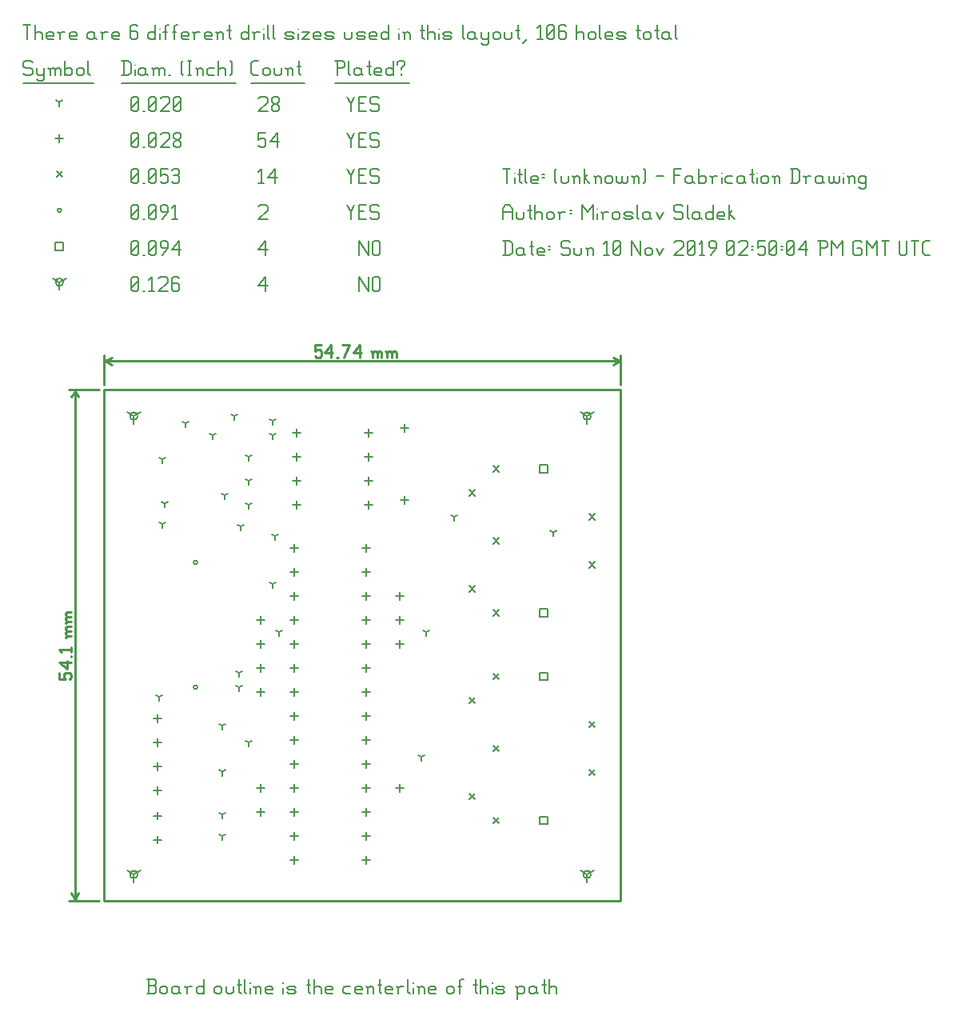
<source format=gbr>
G04 start of page 13 for group -3984 idx -3984 *
G04 Title: (unknown), fab *
G04 Creator: pcb 20140316 *
G04 CreationDate: Sun 10 Nov 2019 02:50:04 PM GMT UTC *
G04 For: sladekm *
G04 Format: Gerber/RS-274X *
G04 PCB-Dimensions (mm): 70.00 70.00 *
G04 PCB-Coordinate-Origin: lower left *
%MOMM*%
%FSLAX43Y43*%
%LNFAB*%
%ADD112C,0.132*%
%ADD111C,0.191*%
%ADD110C,0.152*%
%ADD109C,0.203*%
%ADD108C,0.254*%
G54D108*X8509Y61491D02*X63246D01*
X8636Y64539D02*X62992D01*
X8509Y65174D02*Y61999D01*
X8636Y64539D02*X9398Y64158D01*
X8001Y61491D02*X4826D01*
X5080Y60729D02*X5461Y61364D01*
X5842Y60729D01*
X63246Y61491D02*Y7389D01*
Y65174D02*Y61999D01*
X62484Y64920D02*X63119Y64539D01*
X62484Y64158D01*
X8509Y7389D02*Y61491D01*
Y7389D02*X63246D01*
X9398Y64920D02*X8636Y64539D01*
X4826Y7389D02*X8001D01*
X5080Y8278D02*X5461Y7516D01*
X5842Y8278D01*
X5461Y61237D02*Y7516D01*
X3762Y31549D02*Y30884D01*
X4427D01*
X4261Y31050D01*
Y31383D02*Y31050D01*
Y31383D02*X4427Y31549D01*
X4926D01*
X5093Y31383D02*X4926Y31549D01*
X5093Y31383D02*Y31050D01*
X4926Y30884D02*X5093Y31050D01*
X4594Y31949D02*X3762Y32614D01*
X4594Y32781D02*Y31949D01*
X3762Y32614D02*X5093D01*
Y33346D02*Y33180D01*
X4028Y33746D02*X3762Y34012D01*
X5093D01*
Y34245D02*Y33746D01*
X4594Y35409D02*X5093D01*
X4594D02*X4427Y35576D01*
Y35742D02*Y35576D01*
Y35742D02*X4594Y35908D01*
X5093D01*
X4594D02*X4427Y36075D01*
Y36241D02*Y36075D01*
Y36241D02*X4594Y36407D01*
X5093D01*
X4427Y35243D02*X4594Y35409D01*
Y36973D02*X5093D01*
X4594D02*X4427Y37140D01*
Y37306D02*Y37140D01*
Y37306D02*X4594Y37472D01*
X5093D01*
X4594D02*X4427Y37639D01*
Y37805D02*Y37639D01*
Y37805D02*X4594Y37971D01*
X5093D01*
X4427Y36807D02*X4594Y36973D01*
X30861Y66238D02*X31526D01*
X30861D02*Y65573D01*
X31027Y65739D01*
X31360D01*
X31526Y65573D01*
Y65074D01*
X31360Y64907D02*X31526Y65074D01*
X31027Y64907D02*X31360D01*
X30861Y65074D02*X31027Y64907D01*
X31926Y65406D02*X32591Y66238D01*
X31926Y65406D02*X32758D01*
X32591Y66238D02*Y64907D01*
X33157D02*X33323D01*
X33889D02*X34554Y66238D01*
X33723D02*X34554D01*
X34954Y65406D02*X35619Y66238D01*
X34954Y65406D02*X35786D01*
X35619Y66238D02*Y64907D01*
X36950Y65406D02*Y64907D01*
Y65406D02*X37117Y65573D01*
X37283D01*
X37449Y65406D01*
Y64907D01*
Y65406D02*X37616Y65573D01*
X37782D01*
X37948Y65406D01*
Y64907D01*
X36784Y65573D02*X36950Y65406D01*
X38514D02*Y64907D01*
Y65406D02*X38680Y65573D01*
X38847D01*
X39013Y65406D01*
Y64907D01*
Y65406D02*X39180Y65573D01*
X39346D01*
X39512Y65406D01*
Y64907D01*
X38348Y65573D02*X38514Y65406D01*
G54D109*X11684Y58697D02*Y57884D01*
Y58697D02*X12388Y59103D01*
X11684Y58697D02*X10980Y59103D01*
X11278Y58697D02*G75*G03X12090Y58697I406J0D01*G01*
G75*G03X11278Y58697I-406J0D01*G01*
X11684Y10183D02*Y9370D01*
Y10183D02*X12388Y10589D01*
X11684Y10183D02*X10980Y10589D01*
X11278Y10183D02*G75*G03X12090Y10183I406J0D01*G01*
G75*G03X11278Y10183I-406J0D01*G01*
X59690D02*Y9370D01*
Y10183D02*X60394Y10589D01*
X59690Y10183D02*X58986Y10589D01*
X59284Y10183D02*G75*G03X60096Y10183I406J0D01*G01*
G75*G03X59284Y10183I-406J0D01*G01*
X59690Y58697D02*Y57884D01*
Y58697D02*X60394Y59103D01*
X59690Y58697D02*X58986Y59103D01*
X59284Y58697D02*G75*G03X60096Y58697I406J0D01*G01*
G75*G03X59284Y58697I-406J0D01*G01*
X3810Y72858D02*Y72045D01*
Y72858D02*X4514Y73264D01*
X3810Y72858D02*X3106Y73264D01*
X3404Y72858D02*G75*G03X4216Y72858I406J0D01*G01*
G75*G03X3404Y72858I-406J0D01*G01*
G54D110*X35560Y73429D02*Y71905D01*
Y73429D02*X36512Y71905D01*
Y73429D02*Y71905D01*
X36970Y73238D02*Y72096D01*
Y73238D02*X37160Y73429D01*
X37541D01*
X37732Y73238D01*
Y72096D01*
X37541Y71905D02*X37732Y72096D01*
X37160Y71905D02*X37541D01*
X36970Y72096D02*X37160Y71905D01*
X24892Y72476D02*X25654Y73429D01*
X24892Y72476D02*X25844D01*
X25654Y73429D02*Y71905D01*
X11430Y72096D02*X11620Y71905D01*
X11430Y73238D02*Y72096D01*
Y73238D02*X11620Y73429D01*
X12002D01*
X12192Y73238D01*
Y72096D01*
X12002Y71905D02*X12192Y72096D01*
X11620Y71905D02*X12002D01*
X11430Y72286D02*X12192Y73048D01*
X12649Y71905D02*X12840D01*
X13297Y73124D02*X13602Y73429D01*
Y71905D01*
X13297D02*X13868D01*
X14326Y73238D02*X14516Y73429D01*
X15088D01*
X15278Y73238D01*
Y72858D01*
X14326Y71905D02*X15278Y72858D01*
X14326Y71905D02*X15278D01*
X16307Y73429D02*X16497Y73238D01*
X15926Y73429D02*X16307D01*
X15735Y73238D02*X15926Y73429D01*
X15735Y73238D02*Y72096D01*
X15926Y71905D01*
X16307Y72743D02*X16497Y72553D01*
X15735Y72743D02*X16307D01*
X15926Y71905D02*X16307D01*
X16497Y72096D01*
Y72553D02*Y72096D01*
X54712Y16304D02*X55524D01*
X54712D02*Y15492D01*
X55524D01*
Y16304D02*Y15492D01*
X54712Y31544D02*X55524D01*
X54712D02*Y30732D01*
X55524D01*
Y31544D02*Y30732D01*
X54712Y38275D02*X55524D01*
X54712D02*Y37463D01*
X55524D01*
Y38275D02*Y37463D01*
X54712Y53515D02*X55524D01*
X54712D02*Y52703D01*
X55524D01*
Y53515D02*Y52703D01*
X3404Y77074D02*X4216D01*
X3404D02*Y76261D01*
X4216D01*
Y77074D02*Y76261D01*
X35560Y77239D02*Y75715D01*
Y77239D02*X36512Y75715D01*
Y77239D02*Y75715D01*
X36970Y77048D02*Y75906D01*
Y77048D02*X37160Y77239D01*
X37541D01*
X37732Y77048D01*
Y75906D01*
X37541Y75715D02*X37732Y75906D01*
X37160Y75715D02*X37541D01*
X36970Y75906D02*X37160Y75715D01*
X24892Y76286D02*X25654Y77239D01*
X24892Y76286D02*X25844D01*
X25654Y77239D02*Y75715D01*
X11430Y75906D02*X11620Y75715D01*
X11430Y77048D02*Y75906D01*
Y77048D02*X11620Y77239D01*
X12002D01*
X12192Y77048D01*
Y75906D01*
X12002Y75715D02*X12192Y75906D01*
X11620Y75715D02*X12002D01*
X11430Y76096D02*X12192Y76858D01*
X12649Y75715D02*X12840D01*
X13297Y75906D02*X13487Y75715D01*
X13297Y77048D02*Y75906D01*
Y77048D02*X13487Y77239D01*
X13868D01*
X14059Y77048D01*
Y75906D01*
X13868Y75715D02*X14059Y75906D01*
X13487Y75715D02*X13868D01*
X13297Y76096D02*X14059Y76858D01*
X14707Y75715D02*X15278Y76477D01*
Y77048D02*Y76477D01*
X15088Y77239D02*X15278Y77048D01*
X14707Y77239D02*X15088D01*
X14516Y77048D02*X14707Y77239D01*
X14516Y77048D02*Y76668D01*
X14707Y76477D01*
X15278D01*
X15735Y76286D02*X16497Y77239D01*
X15735Y76286D02*X16688D01*
X16497Y77239D02*Y75715D01*
X18021Y29995D02*G75*G03X18428Y29995I203J0D01*G01*
G75*G03X18021Y29995I-203J0D01*G01*
Y43203D02*G75*G03X18428Y43203I203J0D01*G01*
G75*G03X18021Y43203I-203J0D01*G01*
X3607Y80478D02*G75*G03X4013Y80478I203J0D01*G01*
G75*G03X3607Y80478I-203J0D01*G01*
X34290Y81049D02*X34671Y80287D01*
X35052Y81049D01*
X34671Y80287D02*Y79525D01*
X35509Y80363D02*X36081D01*
X35509Y79525D02*X36271D01*
X35509Y81049D02*Y79525D01*
Y81049D02*X36271D01*
X37490D02*X37681Y80858D01*
X36919Y81049D02*X37490D01*
X36728Y80858D02*X36919Y81049D01*
X36728Y80858D02*Y80478D01*
X36919Y80287D01*
X37490D01*
X37681Y80096D01*
Y79716D01*
X37490Y79525D02*X37681Y79716D01*
X36919Y79525D02*X37490D01*
X36728Y79716D02*X36919Y79525D01*
X24892Y80858D02*X25082Y81049D01*
X25654D01*
X25844Y80858D01*
Y80478D01*
X24892Y79525D02*X25844Y80478D01*
X24892Y79525D02*X25844D01*
X11430Y79716D02*X11620Y79525D01*
X11430Y80858D02*Y79716D01*
Y80858D02*X11620Y81049D01*
X12002D01*
X12192Y80858D01*
Y79716D01*
X12002Y79525D02*X12192Y79716D01*
X11620Y79525D02*X12002D01*
X11430Y79906D02*X12192Y80668D01*
X12649Y79525D02*X12840D01*
X13297Y79716D02*X13487Y79525D01*
X13297Y80858D02*Y79716D01*
Y80858D02*X13487Y81049D01*
X13868D01*
X14059Y80858D01*
Y79716D01*
X13868Y79525D02*X14059Y79716D01*
X13487Y79525D02*X13868D01*
X13297Y79906D02*X14059Y80668D01*
X14707Y79525D02*X15278Y80287D01*
Y80858D02*Y80287D01*
X15088Y81049D02*X15278Y80858D01*
X14707Y81049D02*X15088D01*
X14516Y80858D02*X14707Y81049D01*
X14516Y80858D02*Y80478D01*
X14707Y80287D01*
X15278D01*
X15735Y80744D02*X16040Y81049D01*
Y79525D01*
X15735D02*X16307D01*
X47193Y28903D02*X47803Y28293D01*
X47193D02*X47803Y28903D01*
X49733Y23823D02*X50343Y23213D01*
X49733D02*X50343Y23823D01*
X49733Y31443D02*X50343Y30833D01*
X49733D02*X50343Y31443D01*
X49733Y16203D02*X50343Y15593D01*
X49733D02*X50343Y16203D01*
X59893Y21283D02*X60503Y20673D01*
X59893D02*X60503Y21283D01*
X59893Y26363D02*X60503Y25753D01*
X59893D02*X60503Y26363D01*
X47193Y18743D02*X47803Y18133D01*
X47193D02*X47803Y18743D01*
X47193Y50874D02*X47803Y50264D01*
X47193D02*X47803Y50874D01*
X49733Y45794D02*X50343Y45184D01*
X49733D02*X50343Y45794D01*
X49733Y53414D02*X50343Y52804D01*
X49733D02*X50343Y53414D01*
X49733Y38174D02*X50343Y37564D01*
X49733D02*X50343Y38174D01*
X59893Y43254D02*X60503Y42644D01*
X59893D02*X60503Y43254D01*
X59893Y48334D02*X60503Y47724D01*
X59893D02*X60503Y48334D01*
X47193Y40714D02*X47803Y40104D01*
X47193D02*X47803Y40714D01*
X3505Y84592D02*X4115Y83983D01*
X3505D02*X4115Y84592D01*
X34290Y84859D02*X34671Y84097D01*
X35052Y84859D01*
X34671Y84097D02*Y83335D01*
X35509Y84173D02*X36081D01*
X35509Y83335D02*X36271D01*
X35509Y84859D02*Y83335D01*
Y84859D02*X36271D01*
X37490D02*X37681Y84668D01*
X36919Y84859D02*X37490D01*
X36728Y84668D02*X36919Y84859D01*
X36728Y84668D02*Y84288D01*
X36919Y84097D01*
X37490D01*
X37681Y83906D01*
Y83526D01*
X37490Y83335D02*X37681Y83526D01*
X36919Y83335D02*X37490D01*
X36728Y83526D02*X36919Y83335D01*
X24892Y84554D02*X25197Y84859D01*
Y83335D01*
X24892D02*X25464D01*
X25921Y83906D02*X26683Y84859D01*
X25921Y83906D02*X26873D01*
X26683Y84859D02*Y83335D01*
X11430Y83526D02*X11620Y83335D01*
X11430Y84668D02*Y83526D01*
Y84668D02*X11620Y84859D01*
X12002D01*
X12192Y84668D01*
Y83526D01*
X12002Y83335D02*X12192Y83526D01*
X11620Y83335D02*X12002D01*
X11430Y83716D02*X12192Y84478D01*
X12649Y83335D02*X12840D01*
X13297Y83526D02*X13487Y83335D01*
X13297Y84668D02*Y83526D01*
Y84668D02*X13487Y84859D01*
X13868D01*
X14059Y84668D01*
Y83526D01*
X13868Y83335D02*X14059Y83526D01*
X13487Y83335D02*X13868D01*
X13297Y83716D02*X14059Y84478D01*
X14516Y84859D02*X15278D01*
X14516D02*Y84097D01*
X14707Y84288D01*
X15088D01*
X15278Y84097D01*
Y83526D01*
X15088Y83335D02*X15278Y83526D01*
X14707Y83335D02*X15088D01*
X14516Y83526D02*X14707Y83335D01*
X15735Y84668D02*X15926Y84859D01*
X16307D01*
X16497Y84668D01*
X16307Y83335D02*X16497Y83526D01*
X15926Y83335D02*X16307D01*
X15735Y83526D02*X15926Y83335D01*
Y84173D02*X16307D01*
X16497Y84668D02*Y84364D01*
Y83983D02*Y83526D01*
Y83983D02*X16307Y84173D01*
X16497Y84364D02*X16307Y84173D01*
X40386Y50213D02*Y49401D01*
X39980Y49807D02*X40792D01*
X40386Y57833D02*Y57021D01*
X39980Y57427D02*X40792D01*
X39878Y19733D02*Y18921D01*
X39472Y19327D02*X40284D01*
X39878Y40053D02*Y39241D01*
X39472Y39647D02*X40284D01*
X39878Y37513D02*Y36701D01*
X39472Y37107D02*X40284D01*
X39878Y34973D02*Y34161D01*
X39472Y34567D02*X40284D01*
X25146Y37513D02*Y36701D01*
X24740Y37107D02*X25552D01*
X25146Y34973D02*Y34161D01*
X24740Y34567D02*X25552D01*
X25146Y32433D02*Y31621D01*
X24740Y32027D02*X25552D01*
X25146Y29893D02*Y29081D01*
X24740Y29487D02*X25552D01*
X25146Y19733D02*Y18921D01*
X24740Y19327D02*X25552D01*
X25146Y17193D02*Y16381D01*
X24740Y16787D02*X25552D01*
X14224Y16812D02*Y16000D01*
X13818Y16406D02*X14630D01*
X14224Y14272D02*Y13460D01*
X13818Y13866D02*X14630D01*
X14224Y27099D02*Y26287D01*
X13818Y26693D02*X14630D01*
X14224Y24559D02*Y23747D01*
X13818Y24153D02*X14630D01*
X14224Y22019D02*Y21207D01*
X13818Y21613D02*X14630D01*
X14224Y19479D02*Y18667D01*
X13818Y19073D02*X14630D01*
X28702Y45133D02*Y44321D01*
X28296Y44727D02*X29108D01*
X28702Y42593D02*Y41781D01*
X28296Y42187D02*X29108D01*
X28702Y40053D02*Y39241D01*
X28296Y39647D02*X29108D01*
X28702Y37513D02*Y36701D01*
X28296Y37107D02*X29108D01*
X28702Y34973D02*Y34161D01*
X28296Y34567D02*X29108D01*
X28702Y32433D02*Y31621D01*
X28296Y32027D02*X29108D01*
X28702Y29893D02*Y29081D01*
X28296Y29487D02*X29108D01*
X28702Y27353D02*Y26541D01*
X28296Y26947D02*X29108D01*
X28702Y24813D02*Y24001D01*
X28296Y24407D02*X29108D01*
X28702Y22273D02*Y21461D01*
X28296Y21867D02*X29108D01*
X28702Y19733D02*Y18921D01*
X28296Y19327D02*X29108D01*
X28702Y17193D02*Y16381D01*
X28296Y16787D02*X29108D01*
X28702Y14653D02*Y13841D01*
X28296Y14247D02*X29108D01*
X28702Y12113D02*Y11301D01*
X28296Y11707D02*X29108D01*
X36322Y12113D02*Y11301D01*
X35916Y11707D02*X36728D01*
X36322Y14653D02*Y13841D01*
X35916Y14247D02*X36728D01*
X36322Y17193D02*Y16381D01*
X35916Y16787D02*X36728D01*
X36322Y19733D02*Y18921D01*
X35916Y19327D02*X36728D01*
X36322Y22273D02*Y21461D01*
X35916Y21867D02*X36728D01*
X36322Y24813D02*Y24001D01*
X35916Y24407D02*X36728D01*
X36322Y27353D02*Y26541D01*
X35916Y26947D02*X36728D01*
X36322Y29893D02*Y29081D01*
X35916Y29487D02*X36728D01*
X36322Y32433D02*Y31621D01*
X35916Y32027D02*X36728D01*
X36322Y34973D02*Y34161D01*
X35916Y34567D02*X36728D01*
X36322Y37513D02*Y36701D01*
X35916Y37107D02*X36728D01*
X36322Y40053D02*Y39241D01*
X35916Y39647D02*X36728D01*
X36322Y42593D02*Y41781D01*
X35916Y42187D02*X36728D01*
X36322Y45133D02*Y44321D01*
X35916Y44727D02*X36728D01*
X36576Y49705D02*Y48893D01*
X36170Y49299D02*X36982D01*
X36576Y52245D02*Y51433D01*
X36170Y51839D02*X36982D01*
X36576Y54785D02*Y53973D01*
X36170Y54379D02*X36982D01*
X36576Y57325D02*Y56513D01*
X36170Y56919D02*X36982D01*
X28956Y57325D02*Y56513D01*
X28550Y56919D02*X29362D01*
X28956Y54785D02*Y53973D01*
X28550Y54379D02*X29362D01*
X28956Y52245D02*Y51433D01*
X28550Y51839D02*X29362D01*
X28956Y49705D02*Y48893D01*
X28550Y49299D02*X29362D01*
X3810Y88504D02*Y87691D01*
X3404Y88098D02*X4216D01*
X34290Y88669D02*X34671Y87907D01*
X35052Y88669D01*
X34671Y87907D02*Y87145D01*
X35509Y87983D02*X36081D01*
X35509Y87145D02*X36271D01*
X35509Y88669D02*Y87145D01*
Y88669D02*X36271D01*
X37490D02*X37681Y88478D01*
X36919Y88669D02*X37490D01*
X36728Y88478D02*X36919Y88669D01*
X36728Y88478D02*Y88098D01*
X36919Y87907D01*
X37490D01*
X37681Y87716D01*
Y87336D01*
X37490Y87145D02*X37681Y87336D01*
X36919Y87145D02*X37490D01*
X36728Y87336D02*X36919Y87145D01*
X24892Y88669D02*X25654D01*
X24892D02*Y87907D01*
X25082Y88098D01*
X25464D01*
X25654Y87907D01*
Y87336D01*
X25464Y87145D02*X25654Y87336D01*
X25082Y87145D02*X25464D01*
X24892Y87336D02*X25082Y87145D01*
X26111Y87716D02*X26873Y88669D01*
X26111Y87716D02*X27064D01*
X26873Y88669D02*Y87145D01*
X11430Y87336D02*X11620Y87145D01*
X11430Y88478D02*Y87336D01*
Y88478D02*X11620Y88669D01*
X12002D01*
X12192Y88478D01*
Y87336D01*
X12002Y87145D02*X12192Y87336D01*
X11620Y87145D02*X12002D01*
X11430Y87526D02*X12192Y88288D01*
X12649Y87145D02*X12840D01*
X13297Y87336D02*X13487Y87145D01*
X13297Y88478D02*Y87336D01*
Y88478D02*X13487Y88669D01*
X13868D01*
X14059Y88478D01*
Y87336D01*
X13868Y87145D02*X14059Y87336D01*
X13487Y87145D02*X13868D01*
X13297Y87526D02*X14059Y88288D01*
X14516Y88478D02*X14707Y88669D01*
X15278D01*
X15469Y88478D01*
Y88098D01*
X14516Y87145D02*X15469Y88098D01*
X14516Y87145D02*X15469D01*
X15926Y87336D02*X16116Y87145D01*
X15926Y87640D02*Y87336D01*
Y87640D02*X16193Y87907D01*
X16421D01*
X16688Y87640D01*
Y87336D01*
X16497Y87145D02*X16688Y87336D01*
X16116Y87145D02*X16497D01*
X15926Y88174D02*X16193Y87907D01*
X15926Y88478D02*Y88174D01*
Y88478D02*X16116Y88669D01*
X16497D01*
X16688Y88478D01*
Y88174D01*
X16421Y87907D02*X16688Y88174D01*
X21082Y14247D02*Y13841D01*
Y14247D02*X21434Y14450D01*
X21082Y14247D02*X20730Y14450D01*
X45593Y48029D02*Y47623D01*
Y48029D02*X45945Y48232D01*
X45593Y48029D02*X45241Y48232D01*
X21082Y16533D02*Y16127D01*
Y16533D02*X21434Y16736D01*
X21082Y16533D02*X20730Y16736D01*
X42164Y22629D02*Y22223D01*
Y22629D02*X42516Y22832D01*
X42164Y22629D02*X41812Y22832D01*
X14732Y54125D02*Y53719D01*
Y54125D02*X15084Y54328D01*
X14732Y54125D02*X14380Y54328D01*
X14732Y47267D02*Y46861D01*
Y47267D02*X15084Y47470D01*
X14732Y47267D02*X14380Y47470D01*
X17145Y57935D02*Y57529D01*
Y57935D02*X17497Y58138D01*
X17145Y57935D02*X16793Y58138D01*
X21336Y50315D02*Y49909D01*
Y50315D02*X21688Y50518D01*
X21336Y50315D02*X20984Y50518D01*
X23876Y49299D02*Y48893D01*
Y49299D02*X24228Y49502D01*
X23876Y49299D02*X23524Y49502D01*
X23876Y24153D02*Y23747D01*
Y24153D02*X24228Y24356D01*
X23876Y24153D02*X23524Y24356D01*
X26670Y45997D02*Y45591D01*
Y45997D02*X27022Y46200D01*
X26670Y45997D02*X26318Y46200D01*
X22987Y47013D02*Y46607D01*
Y47013D02*X23339Y47216D01*
X22987Y47013D02*X22635Y47216D01*
X26416Y56665D02*Y56259D01*
Y56665D02*X26768Y56868D01*
X26416Y56665D02*X26064Y56868D01*
X20066Y56665D02*Y56259D01*
Y56665D02*X20418Y56868D01*
X20066Y56665D02*X19714Y56868D01*
X22352Y58697D02*Y58291D01*
Y58697D02*X22704Y58900D01*
X22352Y58697D02*X22000Y58900D01*
X23876Y54379D02*Y53973D01*
Y54379D02*X24228Y54582D01*
X23876Y54379D02*X23524Y54582D01*
X23876Y51839D02*Y51433D01*
Y51839D02*X24228Y52042D01*
X23876Y51839D02*X23524Y52042D01*
X56134Y46378D02*Y45972D01*
Y46378D02*X56486Y46581D01*
X56134Y46378D02*X55782Y46581D01*
X14351Y28979D02*Y28573D01*
Y28979D02*X14703Y29182D01*
X14351Y28979D02*X13999Y29182D01*
X27051Y35837D02*Y35431D01*
Y35837D02*X27403Y36040D01*
X27051Y35837D02*X26699Y36040D01*
X42672Y35837D02*Y35431D01*
Y35837D02*X43024Y36040D01*
X42672Y35837D02*X42320Y36040D01*
X26416Y40917D02*Y40511D01*
Y40917D02*X26768Y41120D01*
X26416Y40917D02*X26064Y41120D01*
X22860Y31519D02*Y31113D01*
Y31519D02*X23212Y31722D01*
X22860Y31519D02*X22508Y31722D01*
X22860Y29995D02*Y29589D01*
Y29995D02*X23212Y30198D01*
X22860Y29995D02*X22508Y30198D01*
X14986Y49426D02*Y49020D01*
Y49426D02*X15338Y49629D01*
X14986Y49426D02*X14634Y49629D01*
X26416Y58189D02*Y57783D01*
Y58189D02*X26768Y58392D01*
X26416Y58189D02*X26064Y58392D01*
X21082Y25931D02*Y25525D01*
Y25931D02*X21434Y26134D01*
X21082Y25931D02*X20730Y26134D01*
X21082Y21051D02*Y20645D01*
Y21051D02*X21434Y21254D01*
X21082Y21051D02*X20730Y21254D01*
X3810Y91908D02*Y91501D01*
Y91908D02*X4162Y92111D01*
X3810Y91908D02*X3458Y92111D01*
X34290Y92479D02*X34671Y91717D01*
X35052Y92479D01*
X34671Y91717D02*Y90955D01*
X35509Y91793D02*X36081D01*
X35509Y90955D02*X36271D01*
X35509Y92479D02*Y90955D01*
Y92479D02*X36271D01*
X37490D02*X37681Y92288D01*
X36919Y92479D02*X37490D01*
X36728Y92288D02*X36919Y92479D01*
X36728Y92288D02*Y91908D01*
X36919Y91717D01*
X37490D01*
X37681Y91526D01*
Y91146D01*
X37490Y90955D02*X37681Y91146D01*
X36919Y90955D02*X37490D01*
X36728Y91146D02*X36919Y90955D01*
X24892Y92288D02*X25082Y92479D01*
X25654D01*
X25844Y92288D01*
Y91908D01*
X24892Y90955D02*X25844Y91908D01*
X24892Y90955D02*X25844D01*
X26302Y91146D02*X26492Y90955D01*
X26302Y91450D02*Y91146D01*
Y91450D02*X26568Y91717D01*
X26797D01*
X27064Y91450D01*
Y91146D01*
X26873Y90955D02*X27064Y91146D01*
X26492Y90955D02*X26873D01*
X26302Y91984D02*X26568Y91717D01*
X26302Y92288D02*Y91984D01*
Y92288D02*X26492Y92479D01*
X26873D01*
X27064Y92288D01*
Y91984D01*
X26797Y91717D02*X27064Y91984D01*
X11430Y91146D02*X11620Y90955D01*
X11430Y92288D02*Y91146D01*
Y92288D02*X11620Y92479D01*
X12002D01*
X12192Y92288D01*
Y91146D01*
X12002Y90955D02*X12192Y91146D01*
X11620Y90955D02*X12002D01*
X11430Y91336D02*X12192Y92098D01*
X12649Y90955D02*X12840D01*
X13297Y91146D02*X13487Y90955D01*
X13297Y92288D02*Y91146D01*
Y92288D02*X13487Y92479D01*
X13868D01*
X14059Y92288D01*
Y91146D01*
X13868Y90955D02*X14059Y91146D01*
X13487Y90955D02*X13868D01*
X13297Y91336D02*X14059Y92098D01*
X14516Y92288D02*X14707Y92479D01*
X15278D01*
X15469Y92288D01*
Y91908D01*
X14516Y90955D02*X15469Y91908D01*
X14516Y90955D02*X15469D01*
X15926Y91146D02*X16116Y90955D01*
X15926Y92288D02*Y91146D01*
Y92288D02*X16116Y92479D01*
X16497D01*
X16688Y92288D01*
Y91146D01*
X16497Y90955D02*X16688Y91146D01*
X16116Y90955D02*X16497D01*
X15926Y91336D02*X16688Y92098D01*
X762Y96289D02*X952Y96098D01*
X190Y96289D02*X762D01*
X0Y96098D02*X190Y96289D01*
X0Y96098D02*Y95718D01*
X190Y95527D01*
X762D01*
X952Y95336D01*
Y94956D01*
X762Y94765D02*X952Y94956D01*
X190Y94765D02*X762D01*
X0Y94956D02*X190Y94765D01*
X1410Y95527D02*Y94956D01*
X1600Y94765D01*
X2172Y95527D02*Y94384D01*
X1981Y94194D02*X2172Y94384D01*
X1600Y94194D02*X1981D01*
X1410Y94384D02*X1600Y94194D01*
Y94765D02*X1981D01*
X2172Y94956D01*
X2819Y95336D02*Y94765D01*
Y95336D02*X3010Y95527D01*
X3200D01*
X3391Y95336D01*
Y94765D01*
Y95336D02*X3581Y95527D01*
X3772D01*
X3962Y95336D01*
Y94765D01*
X2629Y95527D02*X2819Y95336D01*
X4420Y96289D02*Y94765D01*
Y94956D02*X4610Y94765D01*
X4991D01*
X5182Y94956D01*
Y95336D02*Y94956D01*
X4991Y95527D02*X5182Y95336D01*
X4610Y95527D02*X4991D01*
X4420Y95336D02*X4610Y95527D01*
X5639Y95336D02*Y94956D01*
Y95336D02*X5829Y95527D01*
X6210D01*
X6401Y95336D01*
Y94956D01*
X6210Y94765D02*X6401Y94956D01*
X5829Y94765D02*X6210D01*
X5639Y94956D02*X5829Y94765D01*
X6858Y96289D02*Y94956D01*
X7049Y94765D01*
X0Y93939D02*X7430D01*
X10604Y96289D02*Y94765D01*
X11100Y96289D02*X11366Y96022D01*
Y95032D01*
X11100Y94765D02*X11366Y95032D01*
X10414Y94765D02*X11100D01*
X10414Y96289D02*X11100D01*
G54D111*X11824Y95908D02*Y95870D01*
G54D110*Y95336D02*Y94765D01*
X12776Y95527D02*X12967Y95336D01*
X12395Y95527D02*X12776D01*
X12205Y95336D02*X12395Y95527D01*
X12205Y95336D02*Y94956D01*
X12395Y94765D01*
X12967Y95527D02*Y94956D01*
X13157Y94765D01*
X12395D02*X12776D01*
X12967Y94956D01*
X13805Y95336D02*Y94765D01*
Y95336D02*X13995Y95527D01*
X14186D01*
X14376Y95336D01*
Y94765D01*
Y95336D02*X14567Y95527D01*
X14757D01*
X14948Y95336D01*
Y94765D01*
X13614Y95527D02*X13805Y95336D01*
X15405Y94765D02*X15596D01*
X16739Y94956D02*X16929Y94765D01*
X16739Y96098D02*X16929Y96289D01*
X16739Y96098D02*Y94956D01*
X17386Y96289D02*X17767D01*
X17577D02*Y94765D01*
X17386D02*X17767D01*
X18415Y95336D02*Y94765D01*
Y95336D02*X18606Y95527D01*
X18796D01*
X18987Y95336D01*
Y94765D01*
X18225Y95527D02*X18415Y95336D01*
X19634Y95527D02*X20206D01*
X19444Y95336D02*X19634Y95527D01*
X19444Y95336D02*Y94956D01*
X19634Y94765D01*
X20206D01*
X20663Y96289D02*Y94765D01*
Y95336D02*X20853Y95527D01*
X21234D01*
X21425Y95336D01*
Y94765D01*
X21882Y96289D02*X22073Y96098D01*
Y94956D01*
X21882Y94765D02*X22073Y94956D01*
X10414Y93939D02*X22530D01*
X24397Y94765D02*X24892D01*
X24130Y95032D02*X24397Y94765D01*
X24130Y96022D02*Y95032D01*
Y96022D02*X24397Y96289D01*
X24892D01*
X25349Y95336D02*Y94956D01*
Y95336D02*X25540Y95527D01*
X25921D01*
X26111Y95336D01*
Y94956D01*
X25921Y94765D02*X26111Y94956D01*
X25540Y94765D02*X25921D01*
X25349Y94956D02*X25540Y94765D01*
X26568Y95527D02*Y94956D01*
X26759Y94765D01*
X27140D01*
X27330Y94956D01*
Y95527D02*Y94956D01*
X27978Y95336D02*Y94765D01*
Y95336D02*X28169Y95527D01*
X28359D01*
X28550Y95336D01*
Y94765D01*
X27788Y95527D02*X27978Y95336D01*
X29197Y96289D02*Y94956D01*
X29388Y94765D01*
X29007Y95718D02*X29388D01*
X24130Y93939D02*X29769D01*
X33210Y96289D02*Y94765D01*
X33020Y96289D02*X33782D01*
X33972Y96098D01*
Y95718D01*
X33782Y95527D02*X33972Y95718D01*
X33210Y95527D02*X33782D01*
X34430Y96289D02*Y94956D01*
X34620Y94765D01*
X35573Y95527D02*X35763Y95336D01*
X35192Y95527D02*X35573D01*
X35001Y95336D02*X35192Y95527D01*
X35001Y95336D02*Y94956D01*
X35192Y94765D01*
X35763Y95527D02*Y94956D01*
X35954Y94765D01*
X35192D02*X35573D01*
X35763Y94956D01*
X36601Y96289D02*Y94956D01*
X36792Y94765D01*
X36411Y95718D02*X36792D01*
X37363Y94765D02*X37935D01*
X37173Y94956D02*X37363Y94765D01*
X37173Y95336D02*Y94956D01*
Y95336D02*X37363Y95527D01*
X37744D01*
X37935Y95336D01*
X37173Y95146D02*X37935D01*
Y95336D02*Y95146D01*
X39154Y96289D02*Y94765D01*
X38964D02*X39154Y94956D01*
X38583Y94765D02*X38964D01*
X38392Y94956D02*X38583Y94765D01*
X38392Y95336D02*Y94956D01*
Y95336D02*X38583Y95527D01*
X38964D01*
X39154Y95336D01*
X39992Y95527D02*Y95336D01*
Y94956D02*Y94765D01*
X39611Y96098D02*Y95908D01*
Y96098D02*X39802Y96289D01*
X40183D01*
X40373Y96098D01*
Y95908D01*
X39992Y95527D02*X40373Y95908D01*
X33020Y93939D02*X40831D01*
X0Y100099D02*X762D01*
X381D02*Y98575D01*
X1219Y100099D02*Y98575D01*
Y99146D02*X1410Y99337D01*
X1791D01*
X1981Y99146D01*
Y98575D01*
X2629D02*X3200D01*
X2438Y98766D02*X2629Y98575D01*
X2438Y99146D02*Y98766D01*
Y99146D02*X2629Y99337D01*
X3010D01*
X3200Y99146D01*
X2438Y98956D02*X3200D01*
Y99146D02*Y98956D01*
X3848Y99146D02*Y98575D01*
Y99146D02*X4039Y99337D01*
X4420D01*
X3658D02*X3848Y99146D01*
X5067Y98575D02*X5639D01*
X4877Y98766D02*X5067Y98575D01*
X4877Y99146D02*Y98766D01*
Y99146D02*X5067Y99337D01*
X5448D01*
X5639Y99146D01*
X4877Y98956D02*X5639D01*
Y99146D02*Y98956D01*
X7353Y99337D02*X7544Y99146D01*
X6972Y99337D02*X7353D01*
X6782Y99146D02*X6972Y99337D01*
X6782Y99146D02*Y98766D01*
X6972Y98575D01*
X7544Y99337D02*Y98766D01*
X7734Y98575D01*
X6972D02*X7353D01*
X7544Y98766D01*
X8382Y99146D02*Y98575D01*
Y99146D02*X8573Y99337D01*
X8954D01*
X8192D02*X8382Y99146D01*
X9601Y98575D02*X10173D01*
X9411Y98766D02*X9601Y98575D01*
X9411Y99146D02*Y98766D01*
Y99146D02*X9601Y99337D01*
X9982D01*
X10173Y99146D01*
X9411Y98956D02*X10173D01*
Y99146D02*Y98956D01*
X11887Y100099D02*X12078Y99908D01*
X11506Y100099D02*X11887D01*
X11316Y99908D02*X11506Y100099D01*
X11316Y99908D02*Y98766D01*
X11506Y98575D01*
X11887Y99413D02*X12078Y99223D01*
X11316Y99413D02*X11887D01*
X11506Y98575D02*X11887D01*
X12078Y98766D01*
Y99223D02*Y98766D01*
X13983Y100099D02*Y98575D01*
X13792D02*X13983Y98766D01*
X13411Y98575D02*X13792D01*
X13221Y98766D02*X13411Y98575D01*
X13221Y99146D02*Y98766D01*
Y99146D02*X13411Y99337D01*
X13792D01*
X13983Y99146D01*
G54D111*X14440Y99718D02*Y99680D01*
G54D110*Y99146D02*Y98575D01*
X15011Y99908D02*Y98575D01*
Y99908D02*X15202Y100099D01*
X15392D01*
X14821Y99337D02*X15202D01*
X15964Y99908D02*Y98575D01*
Y99908D02*X16154Y100099D01*
X16345D01*
X15773Y99337D02*X16154D01*
X16916Y98575D02*X17488D01*
X16726Y98766D02*X16916Y98575D01*
X16726Y99146D02*Y98766D01*
Y99146D02*X16916Y99337D01*
X17297D01*
X17488Y99146D01*
X16726Y98956D02*X17488D01*
Y99146D02*Y98956D01*
X18136Y99146D02*Y98575D01*
Y99146D02*X18326Y99337D01*
X18707D01*
X17945D02*X18136Y99146D01*
X19355Y98575D02*X19926D01*
X19164Y98766D02*X19355Y98575D01*
X19164Y99146D02*Y98766D01*
Y99146D02*X19355Y99337D01*
X19736D01*
X19926Y99146D01*
X19164Y98956D02*X19926D01*
Y99146D02*Y98956D01*
X20574Y99146D02*Y98575D01*
Y99146D02*X20765Y99337D01*
X20955D01*
X21146Y99146D01*
Y98575D01*
X20384Y99337D02*X20574Y99146D01*
X21793Y100099D02*Y98766D01*
X21984Y98575D01*
X21603Y99528D02*X21984D01*
X23813Y100099D02*Y98575D01*
X23622D02*X23813Y98766D01*
X23241Y98575D02*X23622D01*
X23051Y98766D02*X23241Y98575D01*
X23051Y99146D02*Y98766D01*
Y99146D02*X23241Y99337D01*
X23622D01*
X23813Y99146D01*
X24460D02*Y98575D01*
Y99146D02*X24651Y99337D01*
X25032D01*
X24270D02*X24460Y99146D01*
G54D111*X25489Y99718D02*Y99680D01*
G54D110*Y99146D02*Y98575D01*
X25870Y100099D02*Y98766D01*
X26060Y98575D01*
X26441Y100099D02*Y98766D01*
X26632Y98575D01*
X27889D02*X28461D01*
X28651Y98766D01*
X28461Y98956D02*X28651Y98766D01*
X27889Y98956D02*X28461D01*
X27699Y99146D02*X27889Y98956D01*
X27699Y99146D02*X27889Y99337D01*
X28461D01*
X28651Y99146D01*
X27699Y98766D02*X27889Y98575D01*
G54D111*X29108Y99718D02*Y99680D01*
G54D110*Y99146D02*Y98575D01*
X29489Y99337D02*X30251D01*
X29489Y98575D02*X30251Y99337D01*
X29489Y98575D02*X30251D01*
X30899D02*X31471D01*
X30709Y98766D02*X30899Y98575D01*
X30709Y99146D02*Y98766D01*
Y99146D02*X30899Y99337D01*
X31280D01*
X31471Y99146D01*
X30709Y98956D02*X31471D01*
Y99146D02*Y98956D01*
X32118Y98575D02*X32690D01*
X32880Y98766D01*
X32690Y98956D02*X32880Y98766D01*
X32118Y98956D02*X32690D01*
X31928Y99146D02*X32118Y98956D01*
X31928Y99146D02*X32118Y99337D01*
X32690D01*
X32880Y99146D01*
X31928Y98766D02*X32118Y98575D01*
X34023Y99337D02*Y98766D01*
X34214Y98575D01*
X34595D01*
X34785Y98766D01*
Y99337D02*Y98766D01*
X35433Y98575D02*X36005D01*
X36195Y98766D01*
X36005Y98956D02*X36195Y98766D01*
X35433Y98956D02*X36005D01*
X35243Y99146D02*X35433Y98956D01*
X35243Y99146D02*X35433Y99337D01*
X36005D01*
X36195Y99146D01*
X35243Y98766D02*X35433Y98575D01*
X36843D02*X37414D01*
X36652Y98766D02*X36843Y98575D01*
X36652Y99146D02*Y98766D01*
Y99146D02*X36843Y99337D01*
X37224D01*
X37414Y99146D01*
X36652Y98956D02*X37414D01*
Y99146D02*Y98956D01*
X38633Y100099D02*Y98575D01*
X38443D02*X38633Y98766D01*
X38062Y98575D02*X38443D01*
X37871Y98766D02*X38062Y98575D01*
X37871Y99146D02*Y98766D01*
Y99146D02*X38062Y99337D01*
X38443D01*
X38633Y99146D01*
G54D111*X39776Y99718D02*Y99680D01*
G54D110*Y99146D02*Y98575D01*
X40348Y99146D02*Y98575D01*
Y99146D02*X40538Y99337D01*
X40729D01*
X40919Y99146D01*
Y98575D01*
X40157Y99337D02*X40348Y99146D01*
X42253Y100099D02*Y98766D01*
X42443Y98575D01*
X42062Y99528D02*X42443D01*
X42824Y100099D02*Y98575D01*
Y99146D02*X43015Y99337D01*
X43396D01*
X43586Y99146D01*
Y98575D01*
G54D111*X44044Y99718D02*Y99680D01*
G54D110*Y99146D02*Y98575D01*
X44615D02*X45187D01*
X45377Y98766D01*
X45187Y98956D02*X45377Y98766D01*
X44615Y98956D02*X45187D01*
X44425Y99146D02*X44615Y98956D01*
X44425Y99146D02*X44615Y99337D01*
X45187D01*
X45377Y99146D01*
X44425Y98766D02*X44615Y98575D01*
X46520Y100099D02*Y98766D01*
X46711Y98575D01*
X47663Y99337D02*X47854Y99146D01*
X47282Y99337D02*X47663D01*
X47092Y99146D02*X47282Y99337D01*
X47092Y99146D02*Y98766D01*
X47282Y98575D01*
X47854Y99337D02*Y98766D01*
X48044Y98575D01*
X47282D02*X47663D01*
X47854Y98766D01*
X48501Y99337D02*Y98766D01*
X48692Y98575D01*
X49263Y99337D02*Y98194D01*
X49073Y98004D02*X49263Y98194D01*
X48692Y98004D02*X49073D01*
X48501Y98194D02*X48692Y98004D01*
Y98575D02*X49073D01*
X49263Y98766D01*
X49721Y99146D02*Y98766D01*
Y99146D02*X49911Y99337D01*
X50292D01*
X50483Y99146D01*
Y98766D01*
X50292Y98575D02*X50483Y98766D01*
X49911Y98575D02*X50292D01*
X49721Y98766D02*X49911Y98575D01*
X50940Y99337D02*Y98766D01*
X51130Y98575D01*
X51511D01*
X51702Y98766D01*
Y99337D02*Y98766D01*
X52349Y100099D02*Y98766D01*
X52540Y98575D01*
X52159Y99528D02*X52540D01*
X52921Y98194D02*X53302Y98575D01*
X54445Y99794D02*X54750Y100099D01*
Y98575D01*
X54445D02*X55016D01*
X55474Y98766D02*X55664Y98575D01*
X55474Y99908D02*Y98766D01*
Y99908D02*X55664Y100099D01*
X56045D01*
X56236Y99908D01*
Y98766D01*
X56045Y98575D02*X56236Y98766D01*
X55664Y98575D02*X56045D01*
X55474Y98956D02*X56236Y99718D01*
X57264Y100099D02*X57455Y99908D01*
X56883Y100099D02*X57264D01*
X56693Y99908D02*X56883Y100099D01*
X56693Y99908D02*Y98766D01*
X56883Y98575D01*
X57264Y99413D02*X57455Y99223D01*
X56693Y99413D02*X57264D01*
X56883Y98575D02*X57264D01*
X57455Y98766D01*
Y99223D02*Y98766D01*
X58598Y100099D02*Y98575D01*
Y99146D02*X58788Y99337D01*
X59169D01*
X59360Y99146D01*
Y98575D01*
X59817Y99146D02*Y98766D01*
Y99146D02*X60008Y99337D01*
X60389D01*
X60579Y99146D01*
Y98766D01*
X60389Y98575D02*X60579Y98766D01*
X60008Y98575D02*X60389D01*
X59817Y98766D02*X60008Y98575D01*
X61036Y100099D02*Y98766D01*
X61227Y98575D01*
X61798D02*X62370D01*
X61608Y98766D02*X61798Y98575D01*
X61608Y99146D02*Y98766D01*
Y99146D02*X61798Y99337D01*
X62179D01*
X62370Y99146D01*
X61608Y98956D02*X62370D01*
Y99146D02*Y98956D01*
X63017Y98575D02*X63589D01*
X63779Y98766D01*
X63589Y98956D02*X63779Y98766D01*
X63017Y98956D02*X63589D01*
X62827Y99146D02*X63017Y98956D01*
X62827Y99146D02*X63017Y99337D01*
X63589D01*
X63779Y99146D01*
X62827Y98766D02*X63017Y98575D01*
X65113Y100099D02*Y98766D01*
X65303Y98575D01*
X64922Y99528D02*X65303D01*
X65684Y99146D02*Y98766D01*
Y99146D02*X65875Y99337D01*
X66256D01*
X66446Y99146D01*
Y98766D01*
X66256Y98575D02*X66446Y98766D01*
X65875Y98575D02*X66256D01*
X65684Y98766D02*X65875Y98575D01*
X67094Y100099D02*Y98766D01*
X67285Y98575D01*
X66904Y99528D02*X67285D01*
X68237Y99337D02*X68428Y99146D01*
X67856Y99337D02*X68237D01*
X67666Y99146D02*X67856Y99337D01*
X67666Y99146D02*Y98766D01*
X67856Y98575D01*
X68428Y99337D02*Y98766D01*
X68618Y98575D01*
X67856D02*X68237D01*
X68428Y98766D01*
X69075Y100099D02*Y98766D01*
X69266Y98575D01*
G54D108*X8509Y7389D02*Y61491D01*
Y7389D02*X63246D01*
Y61491D02*Y7389D01*
X8509Y61491D02*X63246D01*
X8509Y65174D02*Y61999D01*
X9398Y64920D02*X8636Y64539D01*
X9398Y64158D01*
X8636Y64539D02*X62992D01*
X63246Y65174D02*Y61999D01*
X62484Y64920D02*X63119Y64539D01*
X62484Y64158D01*
X4826Y7389D02*X8001D01*
X5080Y8278D02*X5461Y7516D01*
X5842Y8278D01*
X8001Y61491D02*X4826D01*
X5080Y60729D02*X5461Y61364D01*
X5842Y60729D01*
X5461Y61237D02*Y7516D01*
G54D112*X3762Y31549D02*Y30884D01*
X4427D01*
X4261Y31050D01*
Y31383D02*Y31050D01*
Y31383D02*X4427Y31549D01*
X4926D01*
X5093Y31383D02*X4926Y31549D01*
X5093Y31383D02*Y31050D01*
X4926Y30884D02*X5093Y31050D01*
X4594Y31949D02*X3762Y32614D01*
X4594Y32781D02*Y31949D01*
X3762Y32614D02*X5093D01*
Y33346D02*Y33180D01*
X4028Y33746D02*X3762Y34012D01*
X5093D01*
Y34245D02*Y33746D01*
X4594Y35409D02*X5093D01*
X4594D02*X4427Y35576D01*
Y35742D02*Y35576D01*
Y35742D02*X4594Y35908D01*
X5093D01*
X4594D02*X4427Y36075D01*
Y36241D02*Y36075D01*
Y36241D02*X4594Y36407D01*
X5093D01*
X4427Y35243D02*X4594Y35409D01*
Y36973D02*X5093D01*
X4594D02*X4427Y37140D01*
Y37306D02*Y37140D01*
Y37306D02*X4594Y37472D01*
X5093D01*
X4594D02*X4427Y37639D01*
Y37805D02*Y37639D01*
Y37805D02*X4594Y37971D01*
X5093D01*
X4427Y36807D02*X4594Y36973D01*
X30861Y66238D02*X31526D01*
X30861D02*Y65573D01*
X31027Y65739D01*
X31360D01*
X31526Y65573D01*
Y65074D01*
X31360Y64907D02*X31526Y65074D01*
X31027Y64907D02*X31360D01*
X30861Y65074D02*X31027Y64907D01*
X31926Y65406D02*X32591Y66238D01*
X31926Y65406D02*X32758D01*
X32591Y66238D02*Y64907D01*
X33157D02*X33323D01*
X33889D02*X34554Y66238D01*
X33723D02*X34554D01*
X34954Y65406D02*X35619Y66238D01*
X34954Y65406D02*X35786D01*
X35619Y66238D02*Y64907D01*
X36950Y65406D02*Y64907D01*
Y65406D02*X37117Y65573D01*
X37283D01*
X37449Y65406D01*
Y64907D01*
Y65406D02*X37616Y65573D01*
X37782D01*
X37948Y65406D01*
Y64907D01*
X36784Y65573D02*X36950Y65406D01*
X38514D02*Y64907D01*
Y65406D02*X38680Y65573D01*
X38847D01*
X39013Y65406D01*
Y64907D01*
Y65406D02*X39180Y65573D01*
X39346D01*
X39512Y65406D01*
Y64907D01*
X38348Y65573D02*X38514Y65406D01*
G54D110*X13073Y-2413D02*X13835D01*
X14026Y-2222D01*
Y-1765D02*Y-2222D01*
X13835Y-1575D02*X14026Y-1765D01*
X13264Y-1575D02*X13835D01*
X13264Y-889D02*Y-2413D01*
X13073Y-889D02*X13835D01*
X14026Y-1080D01*
Y-1384D01*
X13835Y-1575D02*X14026Y-1384D01*
X14483Y-1842D02*Y-2222D01*
Y-1842D02*X14674Y-1651D01*
X15055D01*
X15245Y-1842D01*
Y-2222D01*
X15055Y-2413D02*X15245Y-2222D01*
X14674Y-2413D02*X15055D01*
X14483Y-2222D02*X14674Y-2413D01*
X16274Y-1651D02*X16464Y-1842D01*
X15893Y-1651D02*X16274D01*
X15702Y-1842D02*X15893Y-1651D01*
X15702Y-1842D02*Y-2222D01*
X15893Y-2413D01*
X16464Y-1651D02*Y-2222D01*
X16655Y-2413D01*
X15893D02*X16274D01*
X16464Y-2222D01*
X17303Y-1842D02*Y-2413D01*
Y-1842D02*X17493Y-1651D01*
X17874D01*
X17112D02*X17303Y-1842D01*
X19093Y-889D02*Y-2413D01*
X18903D02*X19093Y-2222D01*
X18522Y-2413D02*X18903D01*
X18331Y-2222D02*X18522Y-2413D01*
X18331Y-1842D02*Y-2222D01*
Y-1842D02*X18522Y-1651D01*
X18903D01*
X19093Y-1842D01*
X20236D02*Y-2222D01*
Y-1842D02*X20427Y-1651D01*
X20808D01*
X20998Y-1842D01*
Y-2222D01*
X20808Y-2413D02*X20998Y-2222D01*
X20427Y-2413D02*X20808D01*
X20236Y-2222D02*X20427Y-2413D01*
X21455Y-1651D02*Y-2222D01*
X21646Y-2413D01*
X22027D01*
X22217Y-2222D01*
Y-1651D02*Y-2222D01*
X22865Y-889D02*Y-2222D01*
X23056Y-2413D01*
X22675Y-1460D02*X23056D01*
X23437Y-889D02*Y-2222D01*
X23627Y-2413D01*
G54D111*X24008Y-1270D02*Y-1308D01*
G54D110*Y-1842D02*Y-2413D01*
X24580Y-1842D02*Y-2413D01*
Y-1842D02*X24770Y-1651D01*
X24961D01*
X25151Y-1842D01*
Y-2413D01*
X24389Y-1651D02*X24580Y-1842D01*
X25799Y-2413D02*X26370D01*
X25608Y-2222D02*X25799Y-2413D01*
X25608Y-1842D02*Y-2222D01*
Y-1842D02*X25799Y-1651D01*
X26180D01*
X26370Y-1842D01*
X25608Y-2032D02*X26370D01*
Y-1842D02*Y-2032D01*
G54D111*X27513Y-1270D02*Y-1308D01*
G54D110*Y-1842D02*Y-2413D01*
X28085D02*X28656D01*
X28847Y-2222D01*
X28656Y-2032D02*X28847Y-2222D01*
X28085Y-2032D02*X28656D01*
X27894Y-1842D02*X28085Y-2032D01*
X27894Y-1842D02*X28085Y-1651D01*
X28656D01*
X28847Y-1842D01*
X27894Y-2222D02*X28085Y-2413D01*
X30180Y-889D02*Y-2222D01*
X30371Y-2413D01*
X29990Y-1460D02*X30371D01*
X30752Y-889D02*Y-2413D01*
Y-1842D02*X30942Y-1651D01*
X31323D01*
X31514Y-1842D01*
Y-2413D01*
X32162D02*X32733D01*
X31971Y-2222D02*X32162Y-2413D01*
X31971Y-1842D02*Y-2222D01*
Y-1842D02*X32162Y-1651D01*
X32543D01*
X32733Y-1842D01*
X31971Y-2032D02*X32733D01*
Y-1842D02*Y-2032D01*
X34067Y-1651D02*X34638D01*
X33876Y-1842D02*X34067Y-1651D01*
X33876Y-1842D02*Y-2222D01*
X34067Y-2413D01*
X34638D01*
X35286D02*X35857D01*
X35095Y-2222D02*X35286Y-2413D01*
X35095Y-1842D02*Y-2222D01*
Y-1842D02*X35286Y-1651D01*
X35667D01*
X35857Y-1842D01*
X35095Y-2032D02*X35857D01*
Y-1842D02*Y-2032D01*
X36505Y-1842D02*Y-2413D01*
Y-1842D02*X36695Y-1651D01*
X36886D01*
X37076Y-1842D01*
Y-2413D01*
X36314Y-1651D02*X36505Y-1842D01*
X37724Y-889D02*Y-2222D01*
X37915Y-2413D01*
X37534Y-1460D02*X37915D01*
X38486Y-2413D02*X39058D01*
X38296Y-2222D02*X38486Y-2413D01*
X38296Y-1842D02*Y-2222D01*
Y-1842D02*X38486Y-1651D01*
X38867D01*
X39058Y-1842D01*
X38296Y-2032D02*X39058D01*
Y-1842D02*Y-2032D01*
X39705Y-1842D02*Y-2413D01*
Y-1842D02*X39896Y-1651D01*
X40277D01*
X39515D02*X39705Y-1842D01*
X40734Y-889D02*Y-2222D01*
X40925Y-2413D01*
G54D111*X41306Y-1270D02*Y-1308D01*
G54D110*Y-1842D02*Y-2413D01*
X41877Y-1842D02*Y-2413D01*
Y-1842D02*X42068Y-1651D01*
X42258D01*
X42449Y-1842D01*
Y-2413D01*
X41687Y-1651D02*X41877Y-1842D01*
X43096Y-2413D02*X43668D01*
X42906Y-2222D02*X43096Y-2413D01*
X42906Y-1842D02*Y-2222D01*
Y-1842D02*X43096Y-1651D01*
X43477D01*
X43668Y-1842D01*
X42906Y-2032D02*X43668D01*
Y-1842D02*Y-2032D01*
X44811Y-1842D02*Y-2222D01*
Y-1842D02*X45001Y-1651D01*
X45382D01*
X45573Y-1842D01*
Y-2222D01*
X45382Y-2413D02*X45573Y-2222D01*
X45001Y-2413D02*X45382D01*
X44811Y-2222D02*X45001Y-2413D01*
X46220Y-1080D02*Y-2413D01*
Y-1080D02*X46411Y-889D01*
X46601D01*
X46030Y-1651D02*X46411D01*
X47859Y-889D02*Y-2222D01*
X48049Y-2413D01*
X47668Y-1460D02*X48049D01*
X48430Y-889D02*Y-2413D01*
Y-1842D02*X48621Y-1651D01*
X49002D01*
X49192Y-1842D01*
Y-2413D01*
G54D111*X49649Y-1270D02*Y-1308D01*
G54D110*Y-1842D02*Y-2413D01*
X50221D02*X50792D01*
X50983Y-2222D01*
X50792Y-2032D02*X50983Y-2222D01*
X50221Y-2032D02*X50792D01*
X50030Y-1842D02*X50221Y-2032D01*
X50030Y-1842D02*X50221Y-1651D01*
X50792D01*
X50983Y-1842D01*
X50030Y-2222D02*X50221Y-2413D01*
X52316Y-1842D02*Y-2984D01*
X52126Y-1651D02*X52316Y-1842D01*
X52507Y-1651D01*
X52888D01*
X53078Y-1842D01*
Y-2222D01*
X52888Y-2413D02*X53078Y-2222D01*
X52507Y-2413D02*X52888D01*
X52316Y-2222D02*X52507Y-2413D01*
X54107Y-1651D02*X54298Y-1842D01*
X53726Y-1651D02*X54107D01*
X53536Y-1842D02*X53726Y-1651D01*
X53536Y-1842D02*Y-2222D01*
X53726Y-2413D01*
X54298Y-1651D02*Y-2222D01*
X54488Y-2413D01*
X53726D02*X54107D01*
X54298Y-2222D01*
X55136Y-889D02*Y-2222D01*
X55326Y-2413D01*
X54945Y-1460D02*X55326D01*
X55707Y-889D02*Y-2413D01*
Y-1842D02*X55898Y-1651D01*
X56279D01*
X56469Y-1842D01*
Y-2413D01*
X50990Y77239D02*Y75715D01*
X51486Y77239D02*X51752Y76972D01*
Y75982D01*
X51486Y75715D02*X51752Y75982D01*
X50800Y75715D02*X51486D01*
X50800Y77239D02*X51486D01*
X52781Y76477D02*X52972Y76286D01*
X52400Y76477D02*X52781D01*
X52210Y76286D02*X52400Y76477D01*
X52210Y76286D02*Y75906D01*
X52400Y75715D01*
X52972Y76477D02*Y75906D01*
X53162Y75715D01*
X52400D02*X52781D01*
X52972Y75906D01*
X53810Y77239D02*Y75906D01*
X54000Y75715D01*
X53619Y76668D02*X54000D01*
X54572Y75715D02*X55143D01*
X54381Y75906D02*X54572Y75715D01*
X54381Y76286D02*Y75906D01*
Y76286D02*X54572Y76477D01*
X54953D01*
X55143Y76286D01*
X54381Y76096D02*X55143D01*
Y76286D02*Y76096D01*
X55601Y76668D02*X55791D01*
X55601Y76286D02*X55791D01*
X57696Y77239D02*X57887Y77048D01*
X57125Y77239D02*X57696D01*
X56934Y77048D02*X57125Y77239D01*
X56934Y77048D02*Y76668D01*
X57125Y76477D01*
X57696D01*
X57887Y76286D01*
Y75906D01*
X57696Y75715D02*X57887Y75906D01*
X57125Y75715D02*X57696D01*
X56934Y75906D02*X57125Y75715D01*
X58344Y76477D02*Y75906D01*
X58534Y75715D01*
X58915D01*
X59106Y75906D01*
Y76477D02*Y75906D01*
X59754Y76286D02*Y75715D01*
Y76286D02*X59944Y76477D01*
X60135D01*
X60325Y76286D01*
Y75715D01*
X59563Y76477D02*X59754Y76286D01*
X61468Y76934D02*X61773Y77239D01*
Y75715D01*
X61468D02*X62040D01*
X62497Y75906D02*X62687Y75715D01*
X62497Y77048D02*Y75906D01*
Y77048D02*X62687Y77239D01*
X63068D01*
X63259Y77048D01*
Y75906D01*
X63068Y75715D02*X63259Y75906D01*
X62687Y75715D02*X63068D01*
X62497Y76096D02*X63259Y76858D01*
X64402Y77239D02*Y75715D01*
Y77239D02*X65354Y75715D01*
Y77239D02*Y75715D01*
X65811Y76286D02*Y75906D01*
Y76286D02*X66002Y76477D01*
X66383D01*
X66573Y76286D01*
Y75906D01*
X66383Y75715D02*X66573Y75906D01*
X66002Y75715D02*X66383D01*
X65811Y75906D02*X66002Y75715D01*
X67031Y76477D02*X67412Y75715D01*
X67793Y76477D02*X67412Y75715D01*
X68936Y77048D02*X69126Y77239D01*
X69698D01*
X69888Y77048D01*
Y76668D01*
X68936Y75715D02*X69888Y76668D01*
X68936Y75715D02*X69888D01*
X70345Y75906D02*X70536Y75715D01*
X70345Y77048D02*Y75906D01*
Y77048D02*X70536Y77239D01*
X70917D01*
X71107Y77048D01*
Y75906D01*
X70917Y75715D02*X71107Y75906D01*
X70536Y75715D02*X70917D01*
X70345Y76096D02*X71107Y76858D01*
X71565Y76934D02*X71869Y77239D01*
Y75715D01*
X71565D02*X72136D01*
X72784D02*X73355Y76477D01*
Y77048D02*Y76477D01*
X73165Y77239D02*X73355Y77048D01*
X72784Y77239D02*X73165D01*
X72593Y77048D02*X72784Y77239D01*
X72593Y77048D02*Y76668D01*
X72784Y76477D01*
X73355D01*
X74498Y75906D02*X74689Y75715D01*
X74498Y77048D02*Y75906D01*
Y77048D02*X74689Y77239D01*
X75070D01*
X75260Y77048D01*
Y75906D01*
X75070Y75715D02*X75260Y75906D01*
X74689Y75715D02*X75070D01*
X74498Y76096D02*X75260Y76858D01*
X75717Y77048D02*X75908Y77239D01*
X76479D01*
X76670Y77048D01*
Y76668D01*
X75717Y75715D02*X76670Y76668D01*
X75717Y75715D02*X76670D01*
X77127Y76668D02*X77318D01*
X77127Y76286D02*X77318D01*
X77775Y77239D02*X78537D01*
X77775D02*Y76477D01*
X77965Y76668D01*
X78346D01*
X78537Y76477D01*
Y75906D01*
X78346Y75715D02*X78537Y75906D01*
X77965Y75715D02*X78346D01*
X77775Y75906D02*X77965Y75715D01*
X78994Y75906D02*X79185Y75715D01*
X78994Y77048D02*Y75906D01*
Y77048D02*X79185Y77239D01*
X79566D01*
X79756Y77048D01*
Y75906D01*
X79566Y75715D02*X79756Y75906D01*
X79185Y75715D02*X79566D01*
X78994Y76096D02*X79756Y76858D01*
X80213Y76668D02*X80404D01*
X80213Y76286D02*X80404D01*
X80861Y75906D02*X81051Y75715D01*
X80861Y77048D02*Y75906D01*
Y77048D02*X81051Y77239D01*
X81432D01*
X81623Y77048D01*
Y75906D01*
X81432Y75715D02*X81623Y75906D01*
X81051Y75715D02*X81432D01*
X80861Y76096D02*X81623Y76858D01*
X82080Y76286D02*X82842Y77239D01*
X82080Y76286D02*X83033D01*
X82842Y77239D02*Y75715D01*
X84366Y77239D02*Y75715D01*
X84176Y77239D02*X84938D01*
X85128Y77048D01*
Y76668D01*
X84938Y76477D02*X85128Y76668D01*
X84366Y76477D02*X84938D01*
X85585Y77239D02*Y75715D01*
Y77239D02*X86157Y76477D01*
X86728Y77239D01*
Y75715D01*
X88633Y77239D02*X88824Y77048D01*
X88062Y77239D02*X88633D01*
X87871Y77048D02*X88062Y77239D01*
X87871Y77048D02*Y75906D01*
X88062Y75715D01*
X88633D01*
X88824Y75906D01*
Y76286D02*Y75906D01*
X88633Y76477D02*X88824Y76286D01*
X88252Y76477D02*X88633D01*
X89281Y77239D02*Y75715D01*
Y77239D02*X89853Y76477D01*
X90424Y77239D01*
Y75715D01*
X90881Y77239D02*X91643D01*
X91262D02*Y75715D01*
X92786Y77239D02*Y75906D01*
X92977Y75715D01*
X93358D01*
X93548Y75906D01*
Y77239D02*Y75906D01*
X94005Y77239D02*X94767D01*
X94386D02*Y75715D01*
X95491D02*X95987D01*
X95225Y75982D02*X95491Y75715D01*
X95225Y76972D02*Y75982D01*
Y76972D02*X95491Y77239D01*
X95987D01*
X50800Y80668D02*Y79525D01*
Y80668D02*X51067Y81049D01*
X51486D01*
X51752Y80668D01*
Y79525D01*
X50800Y80287D02*X51752D01*
X52210D02*Y79716D01*
X52400Y79525D01*
X52781D01*
X52972Y79716D01*
Y80287D02*Y79716D01*
X53619Y81049D02*Y79716D01*
X53810Y79525D01*
X53429Y80478D02*X53810D01*
X54191Y81049D02*Y79525D01*
Y80096D02*X54381Y80287D01*
X54762D01*
X54953Y80096D01*
Y79525D01*
X55410Y80096D02*Y79716D01*
Y80096D02*X55601Y80287D01*
X55982D01*
X56172Y80096D01*
Y79716D01*
X55982Y79525D02*X56172Y79716D01*
X55601Y79525D02*X55982D01*
X55410Y79716D02*X55601Y79525D01*
X56820Y80096D02*Y79525D01*
Y80096D02*X57010Y80287D01*
X57391D01*
X56629D02*X56820Y80096D01*
X57849Y80478D02*X58039D01*
X57849Y80096D02*X58039D01*
X59182Y81049D02*Y79525D01*
Y81049D02*X59754Y80287D01*
X60325Y81049D01*
Y79525D01*
G54D111*X60782Y80668D02*Y80630D01*
G54D110*Y80096D02*Y79525D01*
X61354Y80096D02*Y79525D01*
Y80096D02*X61544Y80287D01*
X61925D01*
X61163D02*X61354Y80096D01*
X62382D02*Y79716D01*
Y80096D02*X62573Y80287D01*
X62954D01*
X63144Y80096D01*
Y79716D01*
X62954Y79525D02*X63144Y79716D01*
X62573Y79525D02*X62954D01*
X62382Y79716D02*X62573Y79525D01*
X63792D02*X64364D01*
X64554Y79716D01*
X64364Y79906D02*X64554Y79716D01*
X63792Y79906D02*X64364D01*
X63602Y80096D02*X63792Y79906D01*
X63602Y80096D02*X63792Y80287D01*
X64364D01*
X64554Y80096D01*
X63602Y79716D02*X63792Y79525D01*
X65011Y81049D02*Y79716D01*
X65202Y79525D01*
X66154Y80287D02*X66345Y80096D01*
X65773Y80287D02*X66154D01*
X65583Y80096D02*X65773Y80287D01*
X65583Y80096D02*Y79716D01*
X65773Y79525D01*
X66345Y80287D02*Y79716D01*
X66535Y79525D01*
X65773D02*X66154D01*
X66345Y79716D01*
X66993Y80287D02*X67374Y79525D01*
X67755Y80287D02*X67374Y79525D01*
X69660Y81049D02*X69850Y80858D01*
X69088Y81049D02*X69660D01*
X68898Y80858D02*X69088Y81049D01*
X68898Y80858D02*Y80478D01*
X69088Y80287D01*
X69660D01*
X69850Y80096D01*
Y79716D01*
X69660Y79525D02*X69850Y79716D01*
X69088Y79525D02*X69660D01*
X68898Y79716D02*X69088Y79525D01*
X70307Y81049D02*Y79716D01*
X70498Y79525D01*
X71450Y80287D02*X71641Y80096D01*
X71069Y80287D02*X71450D01*
X70879Y80096D02*X71069Y80287D01*
X70879Y80096D02*Y79716D01*
X71069Y79525D01*
X71641Y80287D02*Y79716D01*
X71831Y79525D01*
X71069D02*X71450D01*
X71641Y79716D01*
X73050Y81049D02*Y79525D01*
X72860D02*X73050Y79716D01*
X72479Y79525D02*X72860D01*
X72288Y79716D02*X72479Y79525D01*
X72288Y80096D02*Y79716D01*
Y80096D02*X72479Y80287D01*
X72860D01*
X73050Y80096D01*
X73698Y79525D02*X74270D01*
X73508Y79716D02*X73698Y79525D01*
X73508Y80096D02*Y79716D01*
Y80096D02*X73698Y80287D01*
X74079D01*
X74270Y80096D01*
X73508Y79906D02*X74270D01*
Y80096D02*Y79906D01*
X74727Y81049D02*Y79525D01*
Y80096D02*X75298Y79525D01*
X74727Y80096D02*X75108Y80478D01*
X50800Y84859D02*X51562D01*
X51181D02*Y83335D01*
G54D111*X52019Y84478D02*Y84440D01*
G54D110*Y83906D02*Y83335D01*
X52591Y84859D02*Y83526D01*
X52781Y83335D01*
X52400Y84288D02*X52781D01*
X53162Y84859D02*Y83526D01*
X53353Y83335D01*
X53924D02*X54496D01*
X53734Y83526D02*X53924Y83335D01*
X53734Y83906D02*Y83526D01*
Y83906D02*X53924Y84097D01*
X54305D01*
X54496Y83906D01*
X53734Y83716D02*X54496D01*
Y83906D02*Y83716D01*
X54953Y84288D02*X55143D01*
X54953Y83906D02*X55143D01*
X56286Y83526D02*X56477Y83335D01*
X56286Y84668D02*X56477Y84859D01*
X56286Y84668D02*Y83526D01*
X56934Y84097D02*Y83526D01*
X57125Y83335D01*
X57506D01*
X57696Y83526D01*
Y84097D02*Y83526D01*
X58344Y83906D02*Y83335D01*
Y83906D02*X58534Y84097D01*
X58725D01*
X58915Y83906D01*
Y83335D01*
X58153Y84097D02*X58344Y83906D01*
X59373Y84859D02*Y83335D01*
Y83906D02*X59944Y83335D01*
X59373Y83906D02*X59754Y84288D01*
X60592Y83906D02*Y83335D01*
Y83906D02*X60782Y84097D01*
X60973D01*
X61163Y83906D01*
Y83335D01*
X60401Y84097D02*X60592Y83906D01*
X61620D02*Y83526D01*
Y83906D02*X61811Y84097D01*
X62192D01*
X62382Y83906D01*
Y83526D01*
X62192Y83335D02*X62382Y83526D01*
X61811Y83335D02*X62192D01*
X61620Y83526D02*X61811Y83335D01*
X62840Y84097D02*Y83526D01*
X63030Y83335D01*
X63221D01*
X63411Y83526D01*
Y84097D02*Y83526D01*
X63602Y83335D01*
X63792D01*
X63983Y83526D01*
Y84097D02*Y83526D01*
X64630Y83906D02*Y83335D01*
Y83906D02*X64821Y84097D01*
X65011D01*
X65202Y83906D01*
Y83335D01*
X64440Y84097D02*X64630Y83906D01*
X65659Y84859D02*X65850Y84668D01*
Y83526D01*
X65659Y83335D02*X65850Y83526D01*
X66993Y84097D02*X67755D01*
X68898Y84859D02*Y83335D01*
Y84859D02*X69660D01*
X68898Y84173D02*X69469D01*
X70688Y84097D02*X70879Y83906D01*
X70307Y84097D02*X70688D01*
X70117Y83906D02*X70307Y84097D01*
X70117Y83906D02*Y83526D01*
X70307Y83335D01*
X70879Y84097D02*Y83526D01*
X71069Y83335D01*
X70307D02*X70688D01*
X70879Y83526D01*
X71526Y84859D02*Y83335D01*
Y83526D02*X71717Y83335D01*
X72098D01*
X72288Y83526D01*
Y83906D02*Y83526D01*
X72098Y84097D02*X72288Y83906D01*
X71717Y84097D02*X72098D01*
X71526Y83906D02*X71717Y84097D01*
X72936Y83906D02*Y83335D01*
Y83906D02*X73127Y84097D01*
X73508D01*
X72746D02*X72936Y83906D01*
G54D111*X73965Y84478D02*Y84440D01*
G54D110*Y83906D02*Y83335D01*
X74536Y84097D02*X75108D01*
X74346Y83906D02*X74536Y84097D01*
X74346Y83906D02*Y83526D01*
X74536Y83335D01*
X75108D01*
X76137Y84097D02*X76327Y83906D01*
X75756Y84097D02*X76137D01*
X75565Y83906D02*X75756Y84097D01*
X75565Y83906D02*Y83526D01*
X75756Y83335D01*
X76327Y84097D02*Y83526D01*
X76518Y83335D01*
X75756D02*X76137D01*
X76327Y83526D01*
X77165Y84859D02*Y83526D01*
X77356Y83335D01*
X76975Y84288D02*X77356D01*
G54D111*X77737Y84478D02*Y84440D01*
G54D110*Y83906D02*Y83335D01*
X78118Y83906D02*Y83526D01*
Y83906D02*X78308Y84097D01*
X78689D01*
X78880Y83906D01*
Y83526D01*
X78689Y83335D02*X78880Y83526D01*
X78308Y83335D02*X78689D01*
X78118Y83526D02*X78308Y83335D01*
X79527Y83906D02*Y83335D01*
Y83906D02*X79718Y84097D01*
X79908D01*
X80099Y83906D01*
Y83335D01*
X79337Y84097D02*X79527Y83906D01*
X81432Y84859D02*Y83335D01*
X81928Y84859D02*X82194Y84592D01*
Y83602D01*
X81928Y83335D02*X82194Y83602D01*
X81242Y83335D02*X81928D01*
X81242Y84859D02*X81928D01*
X82842Y83906D02*Y83335D01*
Y83906D02*X83033Y84097D01*
X83414D01*
X82652D02*X82842Y83906D01*
X84442Y84097D02*X84633Y83906D01*
X84061Y84097D02*X84442D01*
X83871Y83906D02*X84061Y84097D01*
X83871Y83906D02*Y83526D01*
X84061Y83335D01*
X84633Y84097D02*Y83526D01*
X84823Y83335D01*
X84061D02*X84442D01*
X84633Y83526D01*
X85281Y84097D02*Y83526D01*
X85471Y83335D01*
X85662D01*
X85852Y83526D01*
Y84097D02*Y83526D01*
X86043Y83335D01*
X86233D01*
X86424Y83526D01*
Y84097D02*Y83526D01*
G54D111*X86881Y84478D02*Y84440D01*
G54D110*Y83906D02*Y83335D01*
X87452Y83906D02*Y83335D01*
Y83906D02*X87643Y84097D01*
X87833D01*
X88024Y83906D01*
Y83335D01*
X87262Y84097D02*X87452Y83906D01*
X89052Y84097D02*X89243Y83906D01*
X88671Y84097D02*X89052D01*
X88481Y83906D02*X88671Y84097D01*
X88481Y83906D02*Y83526D01*
X88671Y83335D01*
X89052D01*
X89243Y83526D01*
X88481Y82954D02*X88671Y82764D01*
X89052D01*
X89243Y82954D01*
Y84097D02*Y82954D01*
M02*

</source>
